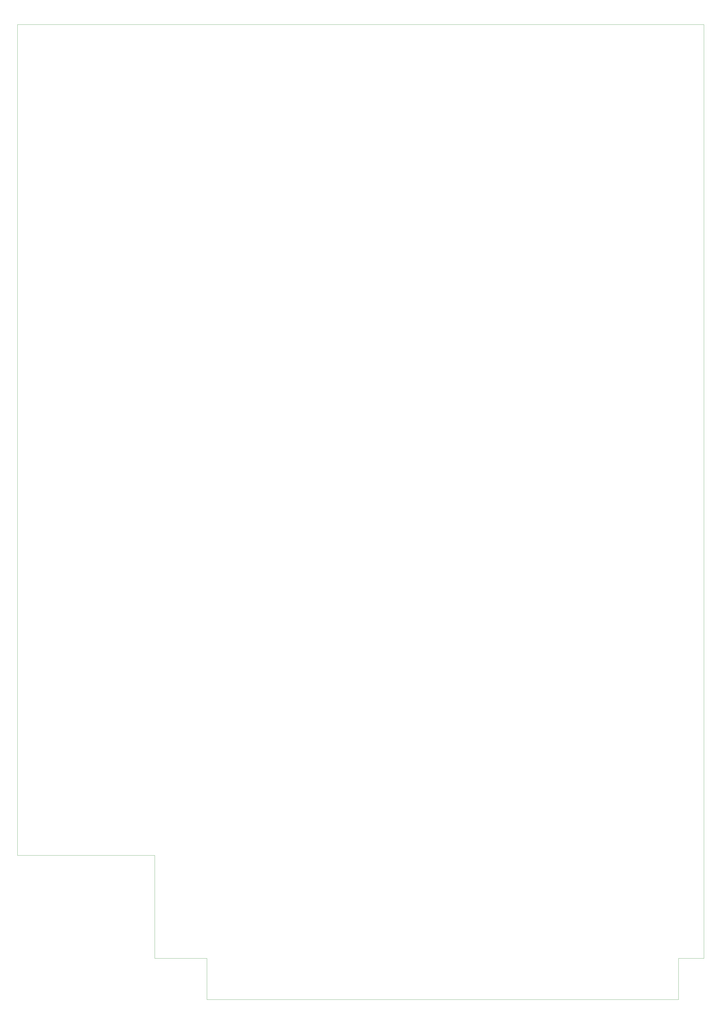
<source format=gbr>
%TF.GenerationSoftware,KiCad,Pcbnew,7.0.1*%
%TF.CreationDate,2024-03-02T20:17:55-05:00*%
%TF.ProjectId,SEM card breakout,53454d20-6361-4726-9420-627265616b6f,rev?*%
%TF.SameCoordinates,Original*%
%TF.FileFunction,Profile,NP*%
%FSLAX46Y46*%
G04 Gerber Fmt 4.6, Leading zero omitted, Abs format (unit mm)*
G04 Created by KiCad (PCBNEW 7.0.1) date 2024-03-02 20:17:55*
%MOMM*%
%LPD*%
G01*
G04 APERTURE LIST*
%TA.AperFunction,Profile*%
%ADD10C,0.100000*%
%TD*%
G04 APERTURE END LIST*
D10*
X-8788400Y9601200D02*
X-8788400Y-297738800D01*
X245211600Y-335838800D02*
X245211600Y9601200D01*
X235864400Y-335838800D02*
X245211600Y-335838800D01*
X42011600Y-297738800D02*
X42011600Y-335838800D01*
X-8788400Y-297738800D02*
X42011600Y-297738800D01*
X235864400Y9601200D02*
X245211600Y9601200D01*
X42011600Y-335838800D02*
X61315600Y-335838800D01*
X61315600Y9601200D02*
X-8788400Y9601200D01*
%TO.C,J1*%
X61315600Y-335838800D02*
X61315600Y-351078800D01*
X61315600Y-351078800D02*
X235864400Y-351078800D01*
X235864400Y-335838800D02*
X235864400Y-351078800D01*
%TO.C,J2*%
X61315600Y9601200D02*
X235864400Y9601200D01*
%TD*%
M02*

</source>
